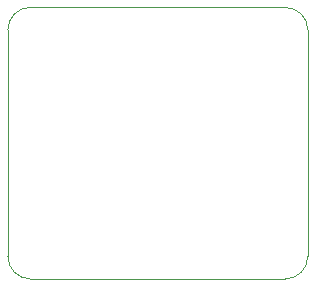
<source format=gbr>
%TF.GenerationSoftware,KiCad,Pcbnew,(5.1.9)-1*%
%TF.CreationDate,2021-05-15T15:00:21+01:00*%
%TF.ProjectId,Amiga A500 Keyboard Connector Breakout,416d6967-6120-4413-9530-30204b657962,rev?*%
%TF.SameCoordinates,Original*%
%TF.FileFunction,Profile,NP*%
%FSLAX46Y46*%
G04 Gerber Fmt 4.6, Leading zero omitted, Abs format (unit mm)*
G04 Created by KiCad (PCBNEW (5.1.9)-1) date 2021-05-15 15:00:21*
%MOMM*%
%LPD*%
G01*
G04 APERTURE LIST*
%TA.AperFunction,Profile*%
%ADD10C,0.050000*%
%TD*%
G04 APERTURE END LIST*
D10*
X135890000Y-81788000D02*
G75*
G02*
X137795000Y-79883000I1905000J0D01*
G01*
X137795000Y-102870000D02*
G75*
G02*
X135890000Y-100965000I0J1905000D01*
G01*
X161290000Y-100965000D02*
G75*
G02*
X159385000Y-102870000I-1905000J0D01*
G01*
X159385000Y-79883000D02*
G75*
G02*
X161290000Y-81788000I0J-1905000D01*
G01*
X135890000Y-100965000D02*
X135890000Y-81788000D01*
X159385000Y-102870000D02*
X137795000Y-102870000D01*
X161290000Y-81788000D02*
X161290000Y-100965000D01*
X137795000Y-79883000D02*
X159385000Y-79883000D01*
M02*

</source>
